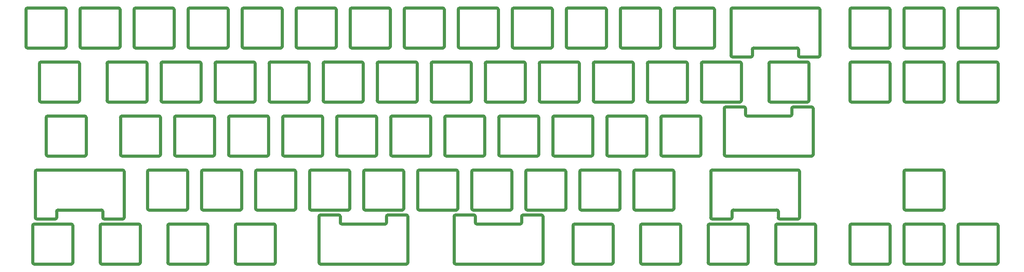
<source format=gbr>
%TF.GenerationSoftware,KiCad,Pcbnew,7.0.10*%
%TF.CreationDate,2024-04-23T22:37:38+02:00*%
%TF.ProjectId,plate,706c6174-652e-46b6-9963-61645f706362,rev?*%
%TF.SameCoordinates,Original*%
%TF.FileFunction,Soldermask,Bot*%
%TF.FilePolarity,Negative*%
%FSLAX46Y46*%
G04 Gerber Fmt 4.6, Leading zero omitted, Abs format (unit mm)*
G04 Created by KiCad (PCBNEW 7.0.10) date 2024-04-23 22:37:38*
%MOMM*%
%LPD*%
G01*
G04 APERTURE LIST*
%ADD10C,1.100000*%
G04 APERTURE END LIST*
D10*
%TO.C,MX63*%
X87956250Y-142750000D02*
X87956250Y-129650000D01*
X88456250Y-129150000D02*
X101556250Y-129150000D01*
X101556250Y-143250000D02*
X88456250Y-143250000D01*
X102056250Y-129650000D02*
X102056250Y-142750000D01*
X88456250Y-129150000D02*
G75*
G03*
X87956250Y-129650000I1J-500001D01*
G01*
X87956250Y-142750000D02*
G75*
G03*
X88456250Y-143250000I500001J1D01*
G01*
X102056250Y-129650000D02*
G75*
G03*
X101556250Y-129150000I-500000J0D01*
G01*
X101556250Y-143250000D02*
G75*
G03*
X102056250Y-142750000I0J500000D01*
G01*
%TO.C,MX45*%
X242737500Y-104650000D02*
X242737500Y-91550000D01*
X243237500Y-91050000D02*
X256337500Y-91050000D01*
X256337500Y-105150000D02*
X243237500Y-105150000D01*
X256837500Y-91550000D02*
X256837500Y-104650000D01*
X243237500Y-91050000D02*
G75*
G03*
X242737500Y-91550000I1J-500001D01*
G01*
X242737500Y-104650000D02*
G75*
G03*
X243237500Y-105150000I500001J1D01*
G01*
X256837500Y-91550000D02*
G75*
G03*
X256337500Y-91050000I-500000J0D01*
G01*
X256337500Y-105150000D02*
G75*
G03*
X256837500Y-104650000I0J500000D01*
G01*
%TO.C,MX27*%
X218925000Y-85600000D02*
X218925000Y-72500000D01*
X219425000Y-72000000D02*
X232525000Y-72000000D01*
X232525000Y-86100000D02*
X219425000Y-86100000D01*
X233025000Y-72500000D02*
X233025000Y-85600000D01*
X219425000Y-72000000D02*
G75*
G03*
X218925000Y-72500000I1J-500001D01*
G01*
X218925000Y-85600000D02*
G75*
G03*
X219425000Y-86100000I500001J1D01*
G01*
X233025000Y-72500000D02*
G75*
G03*
X232525000Y-72000000I-500000J0D01*
G01*
X232525000Y-86100000D02*
G75*
G03*
X233025000Y-85600000I0J500000D01*
G01*
%TO.C,MX35*%
X45093750Y-104650000D02*
X45093750Y-91550000D01*
X45593750Y-91050000D02*
X58693750Y-91050000D01*
X58693750Y-105150000D02*
X45593750Y-105150000D01*
X59193750Y-91550000D02*
X59193750Y-104650000D01*
X45593750Y-91050000D02*
G75*
G03*
X45093750Y-91550000I1J-500001D01*
G01*
X45093750Y-104650000D02*
G75*
G03*
X45593750Y-105150000I500001J1D01*
G01*
X59193750Y-91550000D02*
G75*
G03*
X58693750Y-91050000I-500000J0D01*
G01*
X58693750Y-105150000D02*
G75*
G03*
X59193750Y-104650000I0J500000D01*
G01*
%TO.C,MX13*%
X266550000Y-66550000D02*
X266550000Y-53450000D01*
X267050000Y-52950000D02*
X280150000Y-52950000D01*
X280150000Y-67050000D02*
X267050000Y-67050000D01*
X280650000Y-53450000D02*
X280650000Y-66550000D01*
X267050000Y-52950000D02*
G75*
G03*
X266550000Y-53450000I1J-500001D01*
G01*
X266550000Y-66550000D02*
G75*
G03*
X267050000Y-67050000I500001J1D01*
G01*
X280650000Y-53450000D02*
G75*
G03*
X280150000Y-52950000I-500000J0D01*
G01*
X280150000Y-67050000D02*
G75*
G03*
X280650000Y-66550000I0J500000D01*
G01*
%TO.C,MX48*%
X41256250Y-126900000D02*
X41256250Y-110600000D01*
X41756250Y-110100000D02*
X72056250Y-110100000D01*
X48256250Y-127400000D02*
X41756250Y-127400000D01*
X48756250Y-124700000D02*
X48756250Y-126900000D01*
X64556250Y-124200000D02*
X49256250Y-124200000D01*
X65056250Y-126900000D02*
X65056250Y-124700000D01*
X72056250Y-127400000D02*
X65556250Y-127400000D01*
X72556250Y-110650000D02*
X72556250Y-126900000D01*
X41756250Y-110100000D02*
G75*
G03*
X41256250Y-110600000I1J-500001D01*
G01*
X41256250Y-126900000D02*
G75*
G03*
X41756250Y-127400000I500001J1D01*
G01*
X49256250Y-124200000D02*
G75*
G03*
X48756250Y-124700000I1J-500001D01*
G01*
X48256250Y-127400000D02*
G75*
G03*
X48756250Y-126900000I-1J500001D01*
G01*
X65056250Y-124700000D02*
G75*
G03*
X64556250Y-124200000I-500000J0D01*
G01*
X65056250Y-126900000D02*
G75*
G03*
X65556250Y-127400000I500000J0D01*
G01*
X72556250Y-110600000D02*
G75*
G03*
X72056250Y-110100000I-500000J0D01*
G01*
X72056250Y-127400000D02*
G75*
G03*
X72556250Y-126900000I0J500000D01*
G01*
%TO.C,MX31*%
X299887500Y-85600000D02*
X299887500Y-72500000D01*
X300387500Y-72000000D02*
X313487500Y-72000000D01*
X313487500Y-86100000D02*
X300387500Y-86100000D01*
X313987500Y-72500000D02*
X313987500Y-85600000D01*
X300387500Y-72000000D02*
G75*
G03*
X299887500Y-72500000I1J-500001D01*
G01*
X299887500Y-85600000D02*
G75*
G03*
X300387500Y-86100000I500001J1D01*
G01*
X313987500Y-72500000D02*
G75*
G03*
X313487500Y-72000000I-500000J0D01*
G01*
X313487500Y-86100000D02*
G75*
G03*
X313987500Y-85600000I0J500000D01*
G01*
%TO.C,MX36*%
X71287500Y-104650000D02*
X71287500Y-91550000D01*
X71787500Y-91050000D02*
X84887500Y-91050000D01*
X84887500Y-105150000D02*
X71787500Y-105150000D01*
X85387500Y-91550000D02*
X85387500Y-104650000D01*
X71787500Y-91050000D02*
G75*
G03*
X71287500Y-91550000I1J-500001D01*
G01*
X71287500Y-104650000D02*
G75*
G03*
X71787500Y-105150000I500001J1D01*
G01*
X85387500Y-91550000D02*
G75*
G03*
X84887500Y-91050000I-500000J0D01*
G01*
X84887500Y-105150000D02*
G75*
G03*
X85387500Y-104650000I0J500000D01*
G01*
%TO.C,MX4*%
X95100000Y-66550000D02*
X95100000Y-53450000D01*
X95600000Y-52950000D02*
X108700000Y-52950000D01*
X108700000Y-67050000D02*
X95600000Y-67050000D01*
X109200000Y-53450000D02*
X109200000Y-66550000D01*
X95600000Y-52950000D02*
G75*
G03*
X95100000Y-53450000I1J-500001D01*
G01*
X95100000Y-66550000D02*
G75*
G03*
X95600000Y-67050000I500001J1D01*
G01*
X109200000Y-53450000D02*
G75*
G03*
X108700000Y-52950000I-500000J0D01*
G01*
X108700000Y-67050000D02*
G75*
G03*
X109200000Y-66550000I0J500000D01*
G01*
%TO.C,MX56*%
X214162500Y-123700000D02*
X214162500Y-110600000D01*
X214662500Y-110100000D02*
X227762500Y-110100000D01*
X227762500Y-124200000D02*
X214662500Y-124200000D01*
X228262500Y-110600000D02*
X228262500Y-123700000D01*
X214662500Y-110100000D02*
G75*
G03*
X214162500Y-110600000I1J-500001D01*
G01*
X214162500Y-123700000D02*
G75*
G03*
X214662500Y-124200000I500001J1D01*
G01*
X228262500Y-110600000D02*
G75*
G03*
X227762500Y-110100000I-500000J0D01*
G01*
X227762500Y-124200000D02*
G75*
G03*
X228262500Y-123700000I0J500000D01*
G01*
%TO.C,MX70*%
X302268750Y-142750000D02*
X302268750Y-129650000D01*
X302768750Y-129150000D02*
X315868750Y-129150000D01*
X315868750Y-143250000D02*
X302768750Y-143250000D01*
X316368750Y-129650000D02*
X316368750Y-142750000D01*
X302768750Y-129150000D02*
G75*
G03*
X302268750Y-129650000I1J-500001D01*
G01*
X302268750Y-142750000D02*
G75*
G03*
X302768750Y-143250000I500001J1D01*
G01*
X316368750Y-129650000D02*
G75*
G03*
X315868750Y-129150000I-500000J0D01*
G01*
X315868750Y-143250000D02*
G75*
G03*
X316368750Y-142750000I0J500000D01*
G01*
%TO.C,MX72*%
X347512500Y-142750000D02*
X347512500Y-129650000D01*
X348012500Y-129150000D02*
X361112500Y-129150000D01*
X361112500Y-143250000D02*
X348012500Y-143250000D01*
X361612500Y-129650000D02*
X361612500Y-142750000D01*
X348012500Y-129150000D02*
G75*
G03*
X347512500Y-129650000I1J-500001D01*
G01*
X347512500Y-142750000D02*
G75*
G03*
X348012500Y-143250000I500001J1D01*
G01*
X361612500Y-129650000D02*
G75*
G03*
X361112500Y-129150000I-500000J0D01*
G01*
X361112500Y-143250000D02*
G75*
G03*
X361612500Y-142750000I0J500000D01*
G01*
%TO.C,MX66*%
X220193750Y-126450000D02*
X220193750Y-142750000D01*
X219693750Y-143250000D02*
X189393750Y-143250000D01*
X213193750Y-125950000D02*
X219693750Y-125950000D01*
X212693750Y-128650000D02*
X212693750Y-126450000D01*
X196893750Y-129150000D02*
X212193750Y-129150000D01*
X196393750Y-126450000D02*
X196393750Y-128650000D01*
X189393750Y-125950000D02*
X195893750Y-125950000D01*
X188893750Y-142700000D02*
X188893750Y-126450000D01*
X219693750Y-143250000D02*
G75*
G03*
X220193750Y-142750000I-1J500001D01*
G01*
X220193750Y-126450000D02*
G75*
G03*
X219693750Y-125950000I-500001J-1D01*
G01*
X212193750Y-129150000D02*
G75*
G03*
X212693750Y-128650000I-1J500001D01*
G01*
X213193750Y-125950000D02*
G75*
G03*
X212693750Y-126450000I1J-500001D01*
G01*
X196393750Y-128650000D02*
G75*
G03*
X196893750Y-129150000I500000J0D01*
G01*
X196393750Y-126450000D02*
G75*
G03*
X195893750Y-125950000I-500000J0D01*
G01*
X188893750Y-142750000D02*
G75*
G03*
X189393750Y-143250000I500000J0D01*
G01*
X189393750Y-125950000D02*
G75*
G03*
X188893750Y-126450000I0J-500000D01*
G01*
%TO.C,MX46*%
X261787500Y-104650000D02*
X261787500Y-91550000D01*
X262287500Y-91050000D02*
X275387500Y-91050000D01*
X275387500Y-105150000D02*
X262287500Y-105150000D01*
X275887500Y-91550000D02*
X275887500Y-104650000D01*
X262287500Y-91050000D02*
G75*
G03*
X261787500Y-91550000I1J-500001D01*
G01*
X261787500Y-104650000D02*
G75*
G03*
X262287500Y-105150000I500001J1D01*
G01*
X275887500Y-91550000D02*
G75*
G03*
X275387500Y-91050000I-500000J0D01*
G01*
X275387500Y-105150000D02*
G75*
G03*
X275887500Y-104650000I0J500000D01*
G01*
%TO.C,MX49*%
X80812500Y-123700000D02*
X80812500Y-110600000D01*
X81312500Y-110100000D02*
X94412500Y-110100000D01*
X94412500Y-124200000D02*
X81312500Y-124200000D01*
X94912500Y-110600000D02*
X94912500Y-123700000D01*
X81312500Y-110100000D02*
G75*
G03*
X80812500Y-110600000I1J-500001D01*
G01*
X80812500Y-123700000D02*
G75*
G03*
X81312500Y-124200000I500001J1D01*
G01*
X94912500Y-110600000D02*
G75*
G03*
X94412500Y-110100000I-500000J0D01*
G01*
X94412500Y-124200000D02*
G75*
G03*
X94912500Y-123700000I0J500000D01*
G01*
%TO.C,MX3*%
X76050000Y-66550000D02*
X76050000Y-53450000D01*
X76550000Y-52950000D02*
X89650000Y-52950000D01*
X89650000Y-67050000D02*
X76550000Y-67050000D01*
X90150000Y-53450000D02*
X90150000Y-66550000D01*
X76550000Y-52950000D02*
G75*
G03*
X76050000Y-53450000I1J-500001D01*
G01*
X76050000Y-66550000D02*
G75*
G03*
X76550000Y-67050000I500001J1D01*
G01*
X90150000Y-53450000D02*
G75*
G03*
X89650000Y-52950000I-500000J0D01*
G01*
X89650000Y-67050000D02*
G75*
G03*
X90150000Y-66550000I0J500000D01*
G01*
%TO.C,MX54*%
X176062500Y-123700000D02*
X176062500Y-110600000D01*
X176562500Y-110100000D02*
X189662500Y-110100000D01*
X189662500Y-124200000D02*
X176562500Y-124200000D01*
X190162500Y-110600000D02*
X190162500Y-123700000D01*
X176562500Y-110100000D02*
G75*
G03*
X176062500Y-110600000I1J-500001D01*
G01*
X176062500Y-123700000D02*
G75*
G03*
X176562500Y-124200000I500001J1D01*
G01*
X190162500Y-110600000D02*
G75*
G03*
X189662500Y-110100000I-500000J0D01*
G01*
X189662500Y-124200000D02*
G75*
G03*
X190162500Y-123700000I0J500000D01*
G01*
%TO.C,MX38*%
X109387500Y-104650000D02*
X109387500Y-91550000D01*
X109887500Y-91050000D02*
X122987500Y-91050000D01*
X122987500Y-105150000D02*
X109887500Y-105150000D01*
X123487500Y-91550000D02*
X123487500Y-104650000D01*
X109887500Y-91050000D02*
G75*
G03*
X109387500Y-91550000I1J-500001D01*
G01*
X109387500Y-104650000D02*
G75*
G03*
X109887500Y-105150000I500001J1D01*
G01*
X123487500Y-91550000D02*
G75*
G03*
X122987500Y-91050000I-500000J0D01*
G01*
X122987500Y-105150000D02*
G75*
G03*
X123487500Y-104650000I0J500000D01*
G01*
%TO.C,MX25*%
X180825000Y-85600000D02*
X180825000Y-72500000D01*
X181325000Y-72000000D02*
X194425000Y-72000000D01*
X194425000Y-86100000D02*
X181325000Y-86100000D01*
X194925000Y-72500000D02*
X194925000Y-85600000D01*
X181325000Y-72000000D02*
G75*
G03*
X180825000Y-72500000I1J-500001D01*
G01*
X180825000Y-85600000D02*
G75*
G03*
X181325000Y-86100000I500001J1D01*
G01*
X194925000Y-72500000D02*
G75*
G03*
X194425000Y-72000000I-500000J0D01*
G01*
X194425000Y-86100000D02*
G75*
G03*
X194925000Y-85600000I0J500000D01*
G01*
%TO.C,MX26*%
X199875000Y-85600000D02*
X199875000Y-72500000D01*
X200375000Y-72000000D02*
X213475000Y-72000000D01*
X213475000Y-86100000D02*
X200375000Y-86100000D01*
X213975000Y-72500000D02*
X213975000Y-85600000D01*
X200375000Y-72000000D02*
G75*
G03*
X199875000Y-72500000I1J-500001D01*
G01*
X199875000Y-85600000D02*
G75*
G03*
X200375000Y-86100000I500001J1D01*
G01*
X213975000Y-72500000D02*
G75*
G03*
X213475000Y-72000000I-500000J0D01*
G01*
X213475000Y-86100000D02*
G75*
G03*
X213975000Y-85600000I0J500000D01*
G01*
%TO.C,MX71*%
X328462500Y-142750000D02*
X328462500Y-129650000D01*
X328962500Y-129150000D02*
X342062500Y-129150000D01*
X342062500Y-143250000D02*
X328962500Y-143250000D01*
X342562500Y-129650000D02*
X342562500Y-142750000D01*
X328962500Y-129150000D02*
G75*
G03*
X328462500Y-129650000I1J-500001D01*
G01*
X328462500Y-142750000D02*
G75*
G03*
X328962500Y-143250000I500001J1D01*
G01*
X342562500Y-129650000D02*
G75*
G03*
X342062500Y-129150000I-500000J0D01*
G01*
X342062500Y-143250000D02*
G75*
G03*
X342562500Y-142750000I0J500000D01*
G01*
%TO.C,MX67*%
X230831250Y-142750000D02*
X230831250Y-129650000D01*
X231331250Y-129150000D02*
X244431250Y-129150000D01*
X244431250Y-143250000D02*
X231331250Y-143250000D01*
X244931250Y-129650000D02*
X244931250Y-142750000D01*
X231331250Y-129150000D02*
G75*
G03*
X230831250Y-129650000I1J-500001D01*
G01*
X230831250Y-142750000D02*
G75*
G03*
X231331250Y-143250000I500001J1D01*
G01*
X244931250Y-129650000D02*
G75*
G03*
X244431250Y-129150000I-500000J0D01*
G01*
X244431250Y-143250000D02*
G75*
G03*
X244931250Y-142750000I0J500000D01*
G01*
%TO.C,MX58*%
X252262500Y-123700000D02*
X252262500Y-110600000D01*
X252762500Y-110100000D02*
X265862500Y-110100000D01*
X265862500Y-124200000D02*
X252762500Y-124200000D01*
X266362500Y-110600000D02*
X266362500Y-123700000D01*
X252762500Y-110100000D02*
G75*
G03*
X252262500Y-110600000I1J-500001D01*
G01*
X252262500Y-123700000D02*
G75*
G03*
X252762500Y-124200000I500001J1D01*
G01*
X266362500Y-110600000D02*
G75*
G03*
X265862500Y-110100000I-500000J0D01*
G01*
X265862500Y-124200000D02*
G75*
G03*
X266362500Y-123700000I0J500000D01*
G01*
%TO.C,MX47*%
X315443750Y-88350000D02*
X315443750Y-104650000D01*
X314943750Y-105150000D02*
X284643750Y-105150000D01*
X308443750Y-87850000D02*
X314943750Y-87850000D01*
X307943750Y-90550000D02*
X307943750Y-88350000D01*
X292143750Y-91050000D02*
X307443750Y-91050000D01*
X291643750Y-88350000D02*
X291643750Y-90550000D01*
X284643750Y-87850000D02*
X291143750Y-87850000D01*
X284143750Y-104600000D02*
X284143750Y-88350000D01*
X314943750Y-105150000D02*
G75*
G03*
X315443750Y-104650000I-1J500001D01*
G01*
X315443750Y-88350000D02*
G75*
G03*
X314943750Y-87850000I-500001J-1D01*
G01*
X307443750Y-91050000D02*
G75*
G03*
X307943750Y-90550000I-1J500001D01*
G01*
X308443750Y-87850000D02*
G75*
G03*
X307943750Y-88350000I1J-500001D01*
G01*
X291643750Y-90550000D02*
G75*
G03*
X292143750Y-91050000I500000J0D01*
G01*
X291643750Y-88350000D02*
G75*
G03*
X291143750Y-87850000I-500000J0D01*
G01*
X284143750Y-104650000D02*
G75*
G03*
X284643750Y-105150000I500000J0D01*
G01*
X284643750Y-87850000D02*
G75*
G03*
X284143750Y-88350000I0J-500000D01*
G01*
%TO.C,MX44*%
X223687500Y-104650000D02*
X223687500Y-91550000D01*
X224187500Y-91050000D02*
X237287500Y-91050000D01*
X237287500Y-105150000D02*
X224187500Y-105150000D01*
X237787500Y-91550000D02*
X237787500Y-104650000D01*
X224187500Y-91050000D02*
G75*
G03*
X223687500Y-91550000I1J-500001D01*
G01*
X223687500Y-104650000D02*
G75*
G03*
X224187500Y-105150000I500001J1D01*
G01*
X237787500Y-91550000D02*
G75*
G03*
X237287500Y-91050000I-500000J0D01*
G01*
X237287500Y-105150000D02*
G75*
G03*
X237787500Y-104650000I0J500000D01*
G01*
%TO.C,MX29*%
X257025000Y-85600000D02*
X257025000Y-72500000D01*
X257525000Y-72000000D02*
X270625000Y-72000000D01*
X270625000Y-86100000D02*
X257525000Y-86100000D01*
X271125000Y-72500000D02*
X271125000Y-85600000D01*
X257525000Y-72000000D02*
G75*
G03*
X257025000Y-72500000I1J-500001D01*
G01*
X257025000Y-85600000D02*
G75*
G03*
X257525000Y-86100000I500001J1D01*
G01*
X271125000Y-72500000D02*
G75*
G03*
X270625000Y-72000000I-500000J0D01*
G01*
X270625000Y-86100000D02*
G75*
G03*
X271125000Y-85600000I0J500000D01*
G01*
%TO.C,MX15*%
X328462500Y-66550000D02*
X328462500Y-53450000D01*
X328962500Y-52950000D02*
X342062500Y-52950000D01*
X342062500Y-67050000D02*
X328962500Y-67050000D01*
X342562500Y-53450000D02*
X342562500Y-66550000D01*
X328962500Y-52950000D02*
G75*
G03*
X328462500Y-53450000I1J-500001D01*
G01*
X328462500Y-66550000D02*
G75*
G03*
X328962500Y-67050000I500001J1D01*
G01*
X342562500Y-53450000D02*
G75*
G03*
X342062500Y-52950000I-500000J0D01*
G01*
X342062500Y-67050000D02*
G75*
G03*
X342562500Y-66550000I0J500000D01*
G01*
%TO.C,MX40*%
X147487500Y-104650000D02*
X147487500Y-91550000D01*
X147987500Y-91050000D02*
X161087500Y-91050000D01*
X161087500Y-105150000D02*
X147987500Y-105150000D01*
X161587500Y-91550000D02*
X161587500Y-104650000D01*
X147987500Y-91050000D02*
G75*
G03*
X147487500Y-91550000I1J-500001D01*
G01*
X147487500Y-104650000D02*
G75*
G03*
X147987500Y-105150000I500001J1D01*
G01*
X161587500Y-91550000D02*
G75*
G03*
X161087500Y-91050000I-500000J0D01*
G01*
X161087500Y-105150000D02*
G75*
G03*
X161587500Y-104650000I0J500000D01*
G01*
%TO.C,MX18*%
X42712500Y-85600000D02*
X42712500Y-72500000D01*
X43212500Y-72000000D02*
X56312500Y-72000000D01*
X56312500Y-86100000D02*
X43212500Y-86100000D01*
X56812500Y-72500000D02*
X56812500Y-85600000D01*
X43212500Y-72000000D02*
G75*
G03*
X42712500Y-72500000I1J-500001D01*
G01*
X42712500Y-85600000D02*
G75*
G03*
X43212500Y-86100000I500001J1D01*
G01*
X56812500Y-72500000D02*
G75*
G03*
X56312500Y-72000000I-500000J0D01*
G01*
X56312500Y-86100000D02*
G75*
G03*
X56812500Y-85600000I0J500000D01*
G01*
%TO.C,MX55*%
X195112500Y-123700000D02*
X195112500Y-110600000D01*
X195612500Y-110100000D02*
X208712500Y-110100000D01*
X208712500Y-124200000D02*
X195612500Y-124200000D01*
X209212500Y-110600000D02*
X209212500Y-123700000D01*
X195612500Y-110100000D02*
G75*
G03*
X195112500Y-110600000I1J-500001D01*
G01*
X195112500Y-123700000D02*
G75*
G03*
X195612500Y-124200000I500001J1D01*
G01*
X209212500Y-110600000D02*
G75*
G03*
X208712500Y-110100000I-500000J0D01*
G01*
X208712500Y-124200000D02*
G75*
G03*
X209212500Y-123700000I0J500000D01*
G01*
%TO.C,MX69*%
X278456250Y-142750000D02*
X278456250Y-129650000D01*
X278956250Y-129150000D02*
X292056250Y-129150000D01*
X292056250Y-143250000D02*
X278956250Y-143250000D01*
X292556250Y-129650000D02*
X292556250Y-142750000D01*
X278956250Y-129150000D02*
G75*
G03*
X278456250Y-129650000I1J-500001D01*
G01*
X278456250Y-142750000D02*
G75*
G03*
X278956250Y-143250000I500001J1D01*
G01*
X292556250Y-129650000D02*
G75*
G03*
X292056250Y-129150000I-500000J0D01*
G01*
X292056250Y-143250000D02*
G75*
G03*
X292556250Y-142750000I0J500000D01*
G01*
%TO.C,MX52*%
X137962500Y-123700000D02*
X137962500Y-110600000D01*
X138462500Y-110100000D02*
X151562500Y-110100000D01*
X151562500Y-124200000D02*
X138462500Y-124200000D01*
X152062500Y-110600000D02*
X152062500Y-123700000D01*
X138462500Y-110100000D02*
G75*
G03*
X137962500Y-110600000I1J-500001D01*
G01*
X137962500Y-123700000D02*
G75*
G03*
X138462500Y-124200000I500001J1D01*
G01*
X152062500Y-110600000D02*
G75*
G03*
X151562500Y-110100000I-500000J0D01*
G01*
X151562500Y-124200000D02*
G75*
G03*
X152062500Y-123700000I0J500000D01*
G01*
%TO.C,MX43*%
X204637500Y-104650000D02*
X204637500Y-91550000D01*
X205137500Y-91050000D02*
X218237500Y-91050000D01*
X218237500Y-105150000D02*
X205137500Y-105150000D01*
X218737500Y-91550000D02*
X218737500Y-104650000D01*
X205137500Y-91050000D02*
G75*
G03*
X204637500Y-91550000I1J-500001D01*
G01*
X204637500Y-104650000D02*
G75*
G03*
X205137500Y-105150000I500001J1D01*
G01*
X218737500Y-91550000D02*
G75*
G03*
X218237500Y-91050000I-500000J0D01*
G01*
X218237500Y-105150000D02*
G75*
G03*
X218737500Y-104650000I0J500000D01*
G01*
%TO.C,MX33*%
X347512500Y-85600000D02*
X347512500Y-72500000D01*
X348012500Y-72000000D02*
X361112500Y-72000000D01*
X361112500Y-86100000D02*
X348012500Y-86100000D01*
X361612500Y-72500000D02*
X361612500Y-85600000D01*
X348012500Y-72000000D02*
G75*
G03*
X347512500Y-72500000I1J-500001D01*
G01*
X347512500Y-85600000D02*
G75*
G03*
X348012500Y-86100000I500001J1D01*
G01*
X361612500Y-72500000D02*
G75*
G03*
X361112500Y-72000000I-500000J0D01*
G01*
X361112500Y-86100000D02*
G75*
G03*
X361612500Y-85600000I0J500000D01*
G01*
%TO.C,MX7*%
X152250000Y-66550000D02*
X152250000Y-53450000D01*
X152750000Y-52950000D02*
X165850000Y-52950000D01*
X165850000Y-67050000D02*
X152750000Y-67050000D01*
X166350000Y-53450000D02*
X166350000Y-66550000D01*
X152750000Y-52950000D02*
G75*
G03*
X152250000Y-53450000I1J-500001D01*
G01*
X152250000Y-66550000D02*
G75*
G03*
X152750000Y-67050000I500001J1D01*
G01*
X166350000Y-53450000D02*
G75*
G03*
X165850000Y-52950000I-500000J0D01*
G01*
X165850000Y-67050000D02*
G75*
G03*
X166350000Y-66550000I0J500000D01*
G01*
%TO.C,MX23*%
X142725000Y-85600000D02*
X142725000Y-72500000D01*
X143225000Y-72000000D02*
X156325000Y-72000000D01*
X156325000Y-86100000D02*
X143225000Y-86100000D01*
X156825000Y-72500000D02*
X156825000Y-85600000D01*
X143225000Y-72000000D02*
G75*
G03*
X142725000Y-72500000I1J-500001D01*
G01*
X142725000Y-85600000D02*
G75*
G03*
X143225000Y-86100000I500001J1D01*
G01*
X156825000Y-72500000D02*
G75*
G03*
X156325000Y-72000000I-500000J0D01*
G01*
X156325000Y-86100000D02*
G75*
G03*
X156825000Y-85600000I0J500000D01*
G01*
%TO.C,MX37*%
X90337500Y-104650000D02*
X90337500Y-91550000D01*
X90837500Y-91050000D02*
X103937500Y-91050000D01*
X103937500Y-105150000D02*
X90837500Y-105150000D01*
X104437500Y-91550000D02*
X104437500Y-104650000D01*
X90837500Y-91050000D02*
G75*
G03*
X90337500Y-91550000I1J-500001D01*
G01*
X90337500Y-104650000D02*
G75*
G03*
X90837500Y-105150000I500001J1D01*
G01*
X104437500Y-91550000D02*
G75*
G03*
X103937500Y-91050000I-500000J0D01*
G01*
X103937500Y-105150000D02*
G75*
G03*
X104437500Y-104650000I0J500000D01*
G01*
%TO.C,MX8*%
X171300000Y-66550000D02*
X171300000Y-53450000D01*
X171800000Y-52950000D02*
X184900000Y-52950000D01*
X184900000Y-67050000D02*
X171800000Y-67050000D01*
X185400000Y-53450000D02*
X185400000Y-66550000D01*
X171800000Y-52950000D02*
G75*
G03*
X171300000Y-53450000I1J-500001D01*
G01*
X171300000Y-66550000D02*
G75*
G03*
X171800000Y-67050000I500001J1D01*
G01*
X185400000Y-53450000D02*
G75*
G03*
X184900000Y-52950000I-500000J0D01*
G01*
X184900000Y-67050000D02*
G75*
G03*
X185400000Y-66550000I0J500000D01*
G01*
%TO.C,MX73*%
X366562500Y-142750000D02*
X366562500Y-129650000D01*
X367062500Y-129150000D02*
X380162500Y-129150000D01*
X380162500Y-143250000D02*
X367062500Y-143250000D01*
X380662500Y-129650000D02*
X380662500Y-142750000D01*
X367062500Y-129150000D02*
G75*
G03*
X366562500Y-129650000I1J-500001D01*
G01*
X366562500Y-142750000D02*
G75*
G03*
X367062500Y-143250000I500001J1D01*
G01*
X380662500Y-129650000D02*
G75*
G03*
X380162500Y-129150000I-500000J0D01*
G01*
X380162500Y-143250000D02*
G75*
G03*
X380662500Y-142750000I0J500000D01*
G01*
%TO.C,MX9*%
X190350000Y-66550000D02*
X190350000Y-53450000D01*
X190850000Y-52950000D02*
X203950000Y-52950000D01*
X203950000Y-67050000D02*
X190850000Y-67050000D01*
X204450000Y-53450000D02*
X204450000Y-66550000D01*
X190850000Y-52950000D02*
G75*
G03*
X190350000Y-53450000I1J-500001D01*
G01*
X190350000Y-66550000D02*
G75*
G03*
X190850000Y-67050000I500001J1D01*
G01*
X204450000Y-53450000D02*
G75*
G03*
X203950000Y-52950000I-500000J0D01*
G01*
X203950000Y-67050000D02*
G75*
G03*
X204450000Y-66550000I0J500000D01*
G01*
%TO.C,MX21*%
X104625000Y-85600000D02*
X104625000Y-72500000D01*
X105125000Y-72000000D02*
X118225000Y-72000000D01*
X118225000Y-86100000D02*
X105125000Y-86100000D01*
X118725000Y-72500000D02*
X118725000Y-85600000D01*
X105125000Y-72000000D02*
G75*
G03*
X104625000Y-72500000I1J-500001D01*
G01*
X104625000Y-85600000D02*
G75*
G03*
X105125000Y-86100000I500001J1D01*
G01*
X118725000Y-72500000D02*
G75*
G03*
X118225000Y-72000000I-500000J0D01*
G01*
X118225000Y-86100000D02*
G75*
G03*
X118725000Y-85600000I0J500000D01*
G01*
%TO.C,MX16*%
X347512500Y-66550000D02*
X347512500Y-53450000D01*
X348012500Y-52950000D02*
X361112500Y-52950000D01*
X361112500Y-67050000D02*
X348012500Y-67050000D01*
X361612500Y-53450000D02*
X361612500Y-66550000D01*
X348012500Y-52950000D02*
G75*
G03*
X347512500Y-53450000I1J-500001D01*
G01*
X347512500Y-66550000D02*
G75*
G03*
X348012500Y-67050000I500001J1D01*
G01*
X361612500Y-53450000D02*
G75*
G03*
X361112500Y-52950000I-500000J0D01*
G01*
X361112500Y-67050000D02*
G75*
G03*
X361612500Y-66550000I0J500000D01*
G01*
%TO.C,MX11*%
X228450000Y-66550000D02*
X228450000Y-53450000D01*
X228950000Y-52950000D02*
X242050000Y-52950000D01*
X242050000Y-67050000D02*
X228950000Y-67050000D01*
X242550000Y-53450000D02*
X242550000Y-66550000D01*
X228950000Y-52950000D02*
G75*
G03*
X228450000Y-53450000I1J-500001D01*
G01*
X228450000Y-66550000D02*
G75*
G03*
X228950000Y-67050000I500001J1D01*
G01*
X242550000Y-53450000D02*
G75*
G03*
X242050000Y-52950000I-500000J0D01*
G01*
X242050000Y-67050000D02*
G75*
G03*
X242550000Y-66550000I0J500000D01*
G01*
%TO.C,MX51*%
X118912500Y-123700000D02*
X118912500Y-110600000D01*
X119412500Y-110100000D02*
X132512500Y-110100000D01*
X132512500Y-124200000D02*
X119412500Y-124200000D01*
X133012500Y-110600000D02*
X133012500Y-123700000D01*
X119412500Y-110100000D02*
G75*
G03*
X118912500Y-110600000I1J-500001D01*
G01*
X118912500Y-123700000D02*
G75*
G03*
X119412500Y-124200000I500001J1D01*
G01*
X133012500Y-110600000D02*
G75*
G03*
X132512500Y-110100000I-500000J0D01*
G01*
X132512500Y-124200000D02*
G75*
G03*
X133012500Y-123700000I0J500000D01*
G01*
%TO.C,MX34*%
X366562500Y-85600000D02*
X366562500Y-72500000D01*
X367062500Y-72000000D02*
X380162500Y-72000000D01*
X380162500Y-86100000D02*
X367062500Y-86100000D01*
X380662500Y-72500000D02*
X380662500Y-85600000D01*
X367062500Y-72000000D02*
G75*
G03*
X366562500Y-72500000I1J-500001D01*
G01*
X366562500Y-85600000D02*
G75*
G03*
X367062500Y-86100000I500001J1D01*
G01*
X380662500Y-72500000D02*
G75*
G03*
X380162500Y-72000000I-500000J0D01*
G01*
X380162500Y-86100000D02*
G75*
G03*
X380662500Y-85600000I0J500000D01*
G01*
%TO.C,MX6*%
X133200000Y-66550000D02*
X133200000Y-53450000D01*
X133700000Y-52950000D02*
X146800000Y-52950000D01*
X146800000Y-67050000D02*
X133700000Y-67050000D01*
X147300000Y-53450000D02*
X147300000Y-66550000D01*
X133700000Y-52950000D02*
G75*
G03*
X133200000Y-53450000I1J-500001D01*
G01*
X133200000Y-66550000D02*
G75*
G03*
X133700000Y-67050000I500001J1D01*
G01*
X147300000Y-53450000D02*
G75*
G03*
X146800000Y-52950000I-500000J0D01*
G01*
X146800000Y-67050000D02*
G75*
G03*
X147300000Y-66550000I0J500000D01*
G01*
%TO.C,MX61*%
X40331250Y-142750000D02*
X40331250Y-129650000D01*
X40831250Y-129150000D02*
X53931250Y-129150000D01*
X53931250Y-143250000D02*
X40831250Y-143250000D01*
X54431250Y-129650000D02*
X54431250Y-142750000D01*
X40831250Y-129150000D02*
G75*
G03*
X40331250Y-129650000I1J-500001D01*
G01*
X40331250Y-142750000D02*
G75*
G03*
X40831250Y-143250000I500001J1D01*
G01*
X54431250Y-129650000D02*
G75*
G03*
X53931250Y-129150000I-500000J0D01*
G01*
X53931250Y-143250000D02*
G75*
G03*
X54431250Y-142750000I0J500000D01*
G01*
%TO.C,MX50*%
X99862500Y-123700000D02*
X99862500Y-110600000D01*
X100362500Y-110100000D02*
X113462500Y-110100000D01*
X113462500Y-124200000D02*
X100362500Y-124200000D01*
X113962500Y-110600000D02*
X113962500Y-123700000D01*
X100362500Y-110100000D02*
G75*
G03*
X99862500Y-110600000I1J-500001D01*
G01*
X99862500Y-123700000D02*
G75*
G03*
X100362500Y-124200000I500001J1D01*
G01*
X113962500Y-110600000D02*
G75*
G03*
X113462500Y-110100000I-500000J0D01*
G01*
X113462500Y-124200000D02*
G75*
G03*
X113962500Y-123700000I0J500000D01*
G01*
%TO.C,MX57*%
X233212500Y-123700000D02*
X233212500Y-110600000D01*
X233712500Y-110100000D02*
X246812500Y-110100000D01*
X246812500Y-124200000D02*
X233712500Y-124200000D01*
X247312500Y-110600000D02*
X247312500Y-123700000D01*
X233712500Y-110100000D02*
G75*
G03*
X233212500Y-110600000I1J-500001D01*
G01*
X233212500Y-123700000D02*
G75*
G03*
X233712500Y-124200000I500001J1D01*
G01*
X247312500Y-110600000D02*
G75*
G03*
X246812500Y-110100000I-500000J0D01*
G01*
X246812500Y-124200000D02*
G75*
G03*
X247312500Y-123700000I0J500000D01*
G01*
%TO.C,MX30*%
X276075000Y-85600000D02*
X276075000Y-72500000D01*
X276575000Y-72000000D02*
X289675000Y-72000000D01*
X289675000Y-86100000D02*
X276575000Y-86100000D01*
X290175000Y-72500000D02*
X290175000Y-85600000D01*
X276575000Y-72000000D02*
G75*
G03*
X276075000Y-72500000I1J-500001D01*
G01*
X276075000Y-85600000D02*
G75*
G03*
X276575000Y-86100000I500001J1D01*
G01*
X290175000Y-72500000D02*
G75*
G03*
X289675000Y-72000000I-500000J0D01*
G01*
X289675000Y-86100000D02*
G75*
G03*
X290175000Y-85600000I0J500000D01*
G01*
%TO.C,MX19*%
X66525000Y-85600000D02*
X66525000Y-72500000D01*
X67025000Y-72000000D02*
X80125000Y-72000000D01*
X80125000Y-86100000D02*
X67025000Y-86100000D01*
X80625000Y-72500000D02*
X80625000Y-85600000D01*
X67025000Y-72000000D02*
G75*
G03*
X66525000Y-72500000I1J-500001D01*
G01*
X66525000Y-85600000D02*
G75*
G03*
X67025000Y-86100000I500001J1D01*
G01*
X80625000Y-72500000D02*
G75*
G03*
X80125000Y-72000000I-500000J0D01*
G01*
X80125000Y-86100000D02*
G75*
G03*
X80625000Y-85600000I0J500000D01*
G01*
%TO.C,MX24*%
X161775000Y-85600000D02*
X161775000Y-72500000D01*
X162275000Y-72000000D02*
X175375000Y-72000000D01*
X175375000Y-86100000D02*
X162275000Y-86100000D01*
X175875000Y-72500000D02*
X175875000Y-85600000D01*
X162275000Y-72000000D02*
G75*
G03*
X161775000Y-72500000I1J-500001D01*
G01*
X161775000Y-85600000D02*
G75*
G03*
X162275000Y-86100000I500001J1D01*
G01*
X175875000Y-72500000D02*
G75*
G03*
X175375000Y-72000000I-500000J0D01*
G01*
X175375000Y-86100000D02*
G75*
G03*
X175875000Y-85600000I0J500000D01*
G01*
%TO.C,MX42*%
X185587500Y-104650000D02*
X185587500Y-91550000D01*
X186087500Y-91050000D02*
X199187500Y-91050000D01*
X199187500Y-105150000D02*
X186087500Y-105150000D01*
X199687500Y-91550000D02*
X199687500Y-104650000D01*
X186087500Y-91050000D02*
G75*
G03*
X185587500Y-91550000I1J-500001D01*
G01*
X185587500Y-104650000D02*
G75*
G03*
X186087500Y-105150000I500001J1D01*
G01*
X199687500Y-91550000D02*
G75*
G03*
X199187500Y-91050000I-500000J0D01*
G01*
X199187500Y-105150000D02*
G75*
G03*
X199687500Y-104650000I0J500000D01*
G01*
%TO.C,MX41*%
X166537500Y-104650000D02*
X166537500Y-91550000D01*
X167037500Y-91050000D02*
X180137500Y-91050000D01*
X180137500Y-105150000D02*
X167037500Y-105150000D01*
X180637500Y-91550000D02*
X180637500Y-104650000D01*
X167037500Y-91050000D02*
G75*
G03*
X166537500Y-91550000I1J-500001D01*
G01*
X166537500Y-104650000D02*
G75*
G03*
X167037500Y-105150000I500001J1D01*
G01*
X180637500Y-91550000D02*
G75*
G03*
X180137500Y-91050000I-500000J0D01*
G01*
X180137500Y-105150000D02*
G75*
G03*
X180637500Y-104650000I0J500000D01*
G01*
%TO.C,MX68*%
X254643750Y-142750000D02*
X254643750Y-129650000D01*
X255143750Y-129150000D02*
X268243750Y-129150000D01*
X268243750Y-143250000D02*
X255143750Y-143250000D01*
X268743750Y-129650000D02*
X268743750Y-142750000D01*
X255143750Y-129150000D02*
G75*
G03*
X254643750Y-129650000I1J-500001D01*
G01*
X254643750Y-142750000D02*
G75*
G03*
X255143750Y-143250000I500001J1D01*
G01*
X268743750Y-129650000D02*
G75*
G03*
X268243750Y-129150000I-500000J0D01*
G01*
X268243750Y-143250000D02*
G75*
G03*
X268743750Y-142750000I0J500000D01*
G01*
%TO.C,MX10*%
X209400000Y-66550000D02*
X209400000Y-53450000D01*
X209900000Y-52950000D02*
X223000000Y-52950000D01*
X223000000Y-67050000D02*
X209900000Y-67050000D01*
X223500000Y-53450000D02*
X223500000Y-66550000D01*
X209900000Y-52950000D02*
G75*
G03*
X209400000Y-53450000I1J-500001D01*
G01*
X209400000Y-66550000D02*
G75*
G03*
X209900000Y-67050000I500001J1D01*
G01*
X223500000Y-53450000D02*
G75*
G03*
X223000000Y-52950000I-500000J0D01*
G01*
X223000000Y-67050000D02*
G75*
G03*
X223500000Y-66550000I0J500000D01*
G01*
%TO.C,MX22*%
X123675000Y-85600000D02*
X123675000Y-72500000D01*
X124175000Y-72000000D02*
X137275000Y-72000000D01*
X137275000Y-86100000D02*
X124175000Y-86100000D01*
X137775000Y-72500000D02*
X137775000Y-85600000D01*
X124175000Y-72000000D02*
G75*
G03*
X123675000Y-72500000I1J-500001D01*
G01*
X123675000Y-85600000D02*
G75*
G03*
X124175000Y-86100000I500001J1D01*
G01*
X137775000Y-72500000D02*
G75*
G03*
X137275000Y-72000000I-500000J0D01*
G01*
X137275000Y-86100000D02*
G75*
G03*
X137775000Y-85600000I0J500000D01*
G01*
%TO.C,MX1*%
X37950000Y-66550000D02*
X37950000Y-53450000D01*
X38450000Y-52950000D02*
X51550000Y-52950000D01*
X51550000Y-67050000D02*
X38450000Y-67050000D01*
X52050000Y-53450000D02*
X52050000Y-66550000D01*
X38450000Y-52950000D02*
G75*
G03*
X37950000Y-53450000I1J-500001D01*
G01*
X37950000Y-66550000D02*
G75*
G03*
X38450000Y-67050000I500001J1D01*
G01*
X52050000Y-53450000D02*
G75*
G03*
X51550000Y-52950000I-500000J0D01*
G01*
X51550000Y-67050000D02*
G75*
G03*
X52050000Y-66550000I0J500000D01*
G01*
%TO.C,MX20*%
X85575000Y-85600000D02*
X85575000Y-72500000D01*
X86075000Y-72000000D02*
X99175000Y-72000000D01*
X99175000Y-86100000D02*
X86075000Y-86100000D01*
X99675000Y-72500000D02*
X99675000Y-85600000D01*
X86075000Y-72000000D02*
G75*
G03*
X85575000Y-72500000I1J-500001D01*
G01*
X85575000Y-85600000D02*
G75*
G03*
X86075000Y-86100000I500001J1D01*
G01*
X99675000Y-72500000D02*
G75*
G03*
X99175000Y-72000000I-500000J0D01*
G01*
X99175000Y-86100000D02*
G75*
G03*
X99675000Y-85600000I0J500000D01*
G01*
%TO.C,MX53*%
X157012500Y-123700000D02*
X157012500Y-110600000D01*
X157512500Y-110100000D02*
X170612500Y-110100000D01*
X170612500Y-124200000D02*
X157512500Y-124200000D01*
X171112500Y-110600000D02*
X171112500Y-123700000D01*
X157512500Y-110100000D02*
G75*
G03*
X157012500Y-110600000I1J-500001D01*
G01*
X157012500Y-123700000D02*
G75*
G03*
X157512500Y-124200000I500001J1D01*
G01*
X171112500Y-110600000D02*
G75*
G03*
X170612500Y-110100000I-500000J0D01*
G01*
X170612500Y-124200000D02*
G75*
G03*
X171112500Y-123700000I0J500000D01*
G01*
%TO.C,MX62*%
X64143750Y-142750000D02*
X64143750Y-129650000D01*
X64643750Y-129150000D02*
X77743750Y-129150000D01*
X77743750Y-143250000D02*
X64643750Y-143250000D01*
X78243750Y-129650000D02*
X78243750Y-142750000D01*
X64643750Y-129150000D02*
G75*
G03*
X64143750Y-129650000I1J-500001D01*
G01*
X64143750Y-142750000D02*
G75*
G03*
X64643750Y-143250000I500001J1D01*
G01*
X78243750Y-129650000D02*
G75*
G03*
X77743750Y-129150000I-500000J0D01*
G01*
X77743750Y-143250000D02*
G75*
G03*
X78243750Y-142750000I0J500000D01*
G01*
%TO.C,MX17*%
X366562500Y-66550000D02*
X366562500Y-53450000D01*
X367062500Y-52950000D02*
X380162500Y-52950000D01*
X380162500Y-67050000D02*
X367062500Y-67050000D01*
X380662500Y-53450000D02*
X380662500Y-66550000D01*
X367062500Y-52950000D02*
G75*
G03*
X366562500Y-53450000I1J-500001D01*
G01*
X366562500Y-66550000D02*
G75*
G03*
X367062500Y-67050000I500001J1D01*
G01*
X380662500Y-53450000D02*
G75*
G03*
X380162500Y-52950000I-500000J0D01*
G01*
X380162500Y-67050000D02*
G75*
G03*
X380662500Y-66550000I0J500000D01*
G01*
%TO.C,MX12*%
X247500000Y-66550000D02*
X247500000Y-53450000D01*
X248000000Y-52950000D02*
X261100000Y-52950000D01*
X261100000Y-67050000D02*
X248000000Y-67050000D01*
X261600000Y-53450000D02*
X261600000Y-66550000D01*
X248000000Y-52950000D02*
G75*
G03*
X247500000Y-53450000I1J-500001D01*
G01*
X247500000Y-66550000D02*
G75*
G03*
X248000000Y-67050000I500001J1D01*
G01*
X261600000Y-53450000D02*
G75*
G03*
X261100000Y-52950000I-500000J0D01*
G01*
X261100000Y-67050000D02*
G75*
G03*
X261600000Y-66550000I0J500000D01*
G01*
%TO.C,MX5*%
X114150000Y-66550000D02*
X114150000Y-53450000D01*
X114650000Y-52950000D02*
X127750000Y-52950000D01*
X127750000Y-67050000D02*
X114650000Y-67050000D01*
X128250000Y-53450000D02*
X128250000Y-66550000D01*
X114650000Y-52950000D02*
G75*
G03*
X114150000Y-53450000I1J-500001D01*
G01*
X114150000Y-66550000D02*
G75*
G03*
X114650000Y-67050000I500001J1D01*
G01*
X128250000Y-53450000D02*
G75*
G03*
X127750000Y-52950000I-500000J0D01*
G01*
X127750000Y-67050000D02*
G75*
G03*
X128250000Y-66550000I0J500000D01*
G01*
%TO.C,MX65*%
X172568750Y-126450000D02*
X172568750Y-142750000D01*
X172068750Y-143250000D02*
X141768750Y-143250000D01*
X165568750Y-125950000D02*
X172068750Y-125950000D01*
X165068750Y-128650000D02*
X165068750Y-126450000D01*
X149268750Y-129150000D02*
X164568750Y-129150000D01*
X148768750Y-126450000D02*
X148768750Y-128650000D01*
X141768750Y-125950000D02*
X148268750Y-125950000D01*
X141268750Y-142750000D02*
X141268750Y-126450000D01*
X172068750Y-143250000D02*
G75*
G03*
X172568750Y-142750000I-1J500001D01*
G01*
X172568750Y-126450000D02*
G75*
G03*
X172068750Y-125950000I-500001J-1D01*
G01*
X164568750Y-129150000D02*
G75*
G03*
X165068750Y-128650000I-1J500001D01*
G01*
X165568750Y-125950000D02*
G75*
G03*
X165068750Y-126450000I1J-500001D01*
G01*
X148768750Y-128650000D02*
G75*
G03*
X149268750Y-129150000I500000J0D01*
G01*
X148768750Y-126450000D02*
G75*
G03*
X148268750Y-125950000I-500000J0D01*
G01*
X141268750Y-142750000D02*
G75*
G03*
X141768750Y-143250000I500000J0D01*
G01*
X141768750Y-125950000D02*
G75*
G03*
X141268750Y-126450000I0J-500000D01*
G01*
%TO.C,MX14*%
X286525000Y-69750000D02*
X286525000Y-53450000D01*
X287025000Y-52950000D02*
X317325000Y-52950000D01*
X293525000Y-70250000D02*
X287025000Y-70250000D01*
X294025000Y-67550000D02*
X294025000Y-69750000D01*
X309825000Y-67050000D02*
X294525000Y-67050000D01*
X310325000Y-69750000D02*
X310325000Y-67550000D01*
X317325000Y-70250000D02*
X310825000Y-70250000D01*
X317825000Y-53450000D02*
X317825000Y-69750000D01*
X287025000Y-52950000D02*
G75*
G03*
X286525000Y-53450000I1J-500001D01*
G01*
X286525000Y-69750000D02*
G75*
G03*
X287025000Y-70250000I500001J1D01*
G01*
X294525000Y-67050000D02*
G75*
G03*
X294025000Y-67550000I1J-500001D01*
G01*
X293525000Y-70250000D02*
G75*
G03*
X294025000Y-69750000I-1J500001D01*
G01*
X310325000Y-67550000D02*
G75*
G03*
X309825000Y-67050000I-500000J0D01*
G01*
X310325000Y-69750000D02*
G75*
G03*
X310825000Y-70250000I500000J0D01*
G01*
X317825000Y-53450000D02*
G75*
G03*
X317325000Y-52950000I-500000J0D01*
G01*
X317325000Y-70250000D02*
G75*
G03*
X317825000Y-69750000I0J500000D01*
G01*
%TO.C,MX39*%
X128437500Y-104650000D02*
X128437500Y-91550000D01*
X128937500Y-91050000D02*
X142037500Y-91050000D01*
X142037500Y-105150000D02*
X128937500Y-105150000D01*
X142537500Y-91550000D02*
X142537500Y-104650000D01*
X128937500Y-91050000D02*
G75*
G03*
X128437500Y-91550000I1J-500001D01*
G01*
X128437500Y-104650000D02*
G75*
G03*
X128937500Y-105150000I500001J1D01*
G01*
X142537500Y-91550000D02*
G75*
G03*
X142037500Y-91050000I-500000J0D01*
G01*
X142037500Y-105150000D02*
G75*
G03*
X142537500Y-104650000I0J500000D01*
G01*
%TO.C,MX64*%
X111768750Y-142750000D02*
X111768750Y-129650000D01*
X112268750Y-129150000D02*
X125368750Y-129150000D01*
X125368750Y-143250000D02*
X112268750Y-143250000D01*
X125868750Y-129650000D02*
X125868750Y-142750000D01*
X112268750Y-129150000D02*
G75*
G03*
X111768750Y-129650000I1J-500001D01*
G01*
X111768750Y-142750000D02*
G75*
G03*
X112268750Y-143250000I500001J1D01*
G01*
X125868750Y-129650000D02*
G75*
G03*
X125368750Y-129150000I-500000J0D01*
G01*
X125368750Y-143250000D02*
G75*
G03*
X125868750Y-142750000I0J500000D01*
G01*
%TO.C,MX32*%
X328462500Y-85600000D02*
X328462500Y-72500000D01*
X328962500Y-72000000D02*
X342062500Y-72000000D01*
X342062500Y-86100000D02*
X328962500Y-86100000D01*
X342562500Y-72500000D02*
X342562500Y-85600000D01*
X328962500Y-72000000D02*
G75*
G03*
X328462500Y-72500000I1J-500001D01*
G01*
X328462500Y-85600000D02*
G75*
G03*
X328962500Y-86100000I500001J1D01*
G01*
X342562500Y-72500000D02*
G75*
G03*
X342062500Y-72000000I-500000J0D01*
G01*
X342062500Y-86100000D02*
G75*
G03*
X342562500Y-85600000I0J500000D01*
G01*
%TO.C,MX60*%
X347512500Y-123700000D02*
X347512500Y-110600000D01*
X348012500Y-110100000D02*
X361112500Y-110100000D01*
X361112500Y-124200000D02*
X348012500Y-124200000D01*
X361612500Y-110600000D02*
X361612500Y-123700000D01*
X348012500Y-110100000D02*
G75*
G03*
X347512500Y-110600000I1J-500001D01*
G01*
X347512500Y-123700000D02*
G75*
G03*
X348012500Y-124200000I500001J1D01*
G01*
X361612500Y-110600000D02*
G75*
G03*
X361112500Y-110100000I-500000J0D01*
G01*
X361112500Y-124200000D02*
G75*
G03*
X361612500Y-123700000I0J500000D01*
G01*
%TO.C,MX59*%
X279381250Y-126900000D02*
X279381250Y-110600000D01*
X279881250Y-110100000D02*
X310181250Y-110100000D01*
X286381250Y-127400000D02*
X279881250Y-127400000D01*
X286881250Y-124700000D02*
X286881250Y-126900000D01*
X302681250Y-124200000D02*
X287381250Y-124200000D01*
X303181250Y-126900000D02*
X303181250Y-124700000D01*
X310181250Y-127400000D02*
X303681250Y-127400000D01*
X310681250Y-110600000D02*
X310681250Y-126900000D01*
X279881250Y-110100000D02*
G75*
G03*
X279381250Y-110600000I1J-500001D01*
G01*
X279381250Y-126900000D02*
G75*
G03*
X279881250Y-127400000I500001J1D01*
G01*
X287381250Y-124200000D02*
G75*
G03*
X286881250Y-124700000I1J-500001D01*
G01*
X286381250Y-127400000D02*
G75*
G03*
X286881250Y-126900000I-1J500001D01*
G01*
X303181250Y-124700000D02*
G75*
G03*
X302681250Y-124200000I-500000J0D01*
G01*
X303181250Y-126900000D02*
G75*
G03*
X303681250Y-127400000I500000J0D01*
G01*
X310681250Y-110600000D02*
G75*
G03*
X310181250Y-110100000I-500000J0D01*
G01*
X310181250Y-127400000D02*
G75*
G03*
X310681250Y-126900000I0J500000D01*
G01*
%TO.C,MX28*%
X237975000Y-85600000D02*
X237975000Y-72500000D01*
X238475000Y-72000000D02*
X251575000Y-72000000D01*
X251575000Y-86100000D02*
X238475000Y-86100000D01*
X252075000Y-72500000D02*
X252075000Y-85600000D01*
X238475000Y-72000000D02*
G75*
G03*
X237975000Y-72500000I1J-500001D01*
G01*
X237975000Y-85600000D02*
G75*
G03*
X238475000Y-86100000I500001J1D01*
G01*
X252075000Y-72500000D02*
G75*
G03*
X251575000Y-72000000I-500000J0D01*
G01*
X251575000Y-86100000D02*
G75*
G03*
X252075000Y-85600000I0J500000D01*
G01*
%TO.C,MX2*%
X57000000Y-66550000D02*
X57000000Y-53450000D01*
X57500000Y-52950000D02*
X70600000Y-52950000D01*
X70600000Y-67050000D02*
X57500000Y-67050000D01*
X71100000Y-53450000D02*
X71100000Y-66550000D01*
X57500000Y-52950000D02*
G75*
G03*
X57000000Y-53450000I1J-500001D01*
G01*
X57000000Y-66550000D02*
G75*
G03*
X57500000Y-67050000I500001J1D01*
G01*
X71100000Y-53450000D02*
G75*
G03*
X70600000Y-52950000I-500000J0D01*
G01*
X70600000Y-67050000D02*
G75*
G03*
X71100000Y-66550000I0J500000D01*
G01*
%TD*%
M02*

</source>
